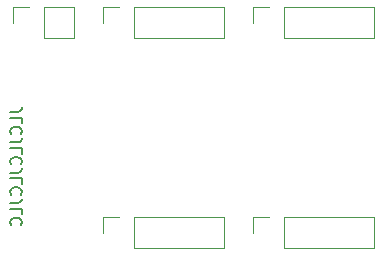
<source format=gbr>
%TF.GenerationSoftware,KiCad,Pcbnew,(6.0.0-0)*%
%TF.CreationDate,2022-07-05T22:52:53-04:00*%
%TF.ProjectId,IO-VGA-nand-gates,494f2d56-4741-42d6-9e61-6e642d676174,rev?*%
%TF.SameCoordinates,Original*%
%TF.FileFunction,Legend,Bot*%
%TF.FilePolarity,Positive*%
%FSLAX46Y46*%
G04 Gerber Fmt 4.6, Leading zero omitted, Abs format (unit mm)*
G04 Created by KiCad (PCBNEW (6.0.0-0)) date 2022-07-05 22:52:53*
%MOMM*%
%LPD*%
G01*
G04 APERTURE LIST*
%ADD10C,0.150000*%
%ADD11C,0.120000*%
G04 APERTURE END LIST*
D10*
X128230380Y-90884952D02*
X128944666Y-90884952D01*
X129087523Y-90837333D01*
X129182761Y-90742095D01*
X129230380Y-90599238D01*
X129230380Y-90504000D01*
X129230380Y-91837333D02*
X129230380Y-91361142D01*
X128230380Y-91361142D01*
X129135142Y-92742095D02*
X129182761Y-92694476D01*
X129230380Y-92551619D01*
X129230380Y-92456380D01*
X129182761Y-92313523D01*
X129087523Y-92218285D01*
X128992285Y-92170666D01*
X128801809Y-92123047D01*
X128658952Y-92123047D01*
X128468476Y-92170666D01*
X128373238Y-92218285D01*
X128278000Y-92313523D01*
X128230380Y-92456380D01*
X128230380Y-92551619D01*
X128278000Y-92694476D01*
X128325619Y-92742095D01*
X128230380Y-93456380D02*
X128944666Y-93456380D01*
X129087523Y-93408761D01*
X129182761Y-93313523D01*
X129230380Y-93170666D01*
X129230380Y-93075428D01*
X129230380Y-94408761D02*
X129230380Y-93932571D01*
X128230380Y-93932571D01*
X129135142Y-95313523D02*
X129182761Y-95265904D01*
X129230380Y-95123047D01*
X129230380Y-95027809D01*
X129182761Y-94884952D01*
X129087523Y-94789714D01*
X128992285Y-94742095D01*
X128801809Y-94694476D01*
X128658952Y-94694476D01*
X128468476Y-94742095D01*
X128373238Y-94789714D01*
X128278000Y-94884952D01*
X128230380Y-95027809D01*
X128230380Y-95123047D01*
X128278000Y-95265904D01*
X128325619Y-95313523D01*
X128230380Y-96027809D02*
X128944666Y-96027809D01*
X129087523Y-95980190D01*
X129182761Y-95884952D01*
X129230380Y-95742095D01*
X129230380Y-95646857D01*
X129230380Y-96980190D02*
X129230380Y-96504000D01*
X128230380Y-96504000D01*
X129135142Y-97884952D02*
X129182761Y-97837333D01*
X129230380Y-97694476D01*
X129230380Y-97599238D01*
X129182761Y-97456380D01*
X129087523Y-97361142D01*
X128992285Y-97313523D01*
X128801809Y-97265904D01*
X128658952Y-97265904D01*
X128468476Y-97313523D01*
X128373238Y-97361142D01*
X128278000Y-97456380D01*
X128230380Y-97599238D01*
X128230380Y-97694476D01*
X128278000Y-97837333D01*
X128325619Y-97884952D01*
X128230380Y-98599238D02*
X128944666Y-98599238D01*
X129087523Y-98551619D01*
X129182761Y-98456380D01*
X129230380Y-98313523D01*
X129230380Y-98218285D01*
X129230380Y-99551619D02*
X129230380Y-99075428D01*
X128230380Y-99075428D01*
X129135142Y-100456380D02*
X129182761Y-100408761D01*
X129230380Y-100265904D01*
X129230380Y-100170666D01*
X129182761Y-100027809D01*
X129087523Y-99932571D01*
X128992285Y-99884952D01*
X128801809Y-99837333D01*
X128658952Y-99837333D01*
X128468476Y-99884952D01*
X128373238Y-99932571D01*
X128278000Y-100027809D01*
X128230380Y-100170666D01*
X128230380Y-100265904D01*
X128278000Y-100408761D01*
X128325619Y-100456380D01*
D11*
%TO.C,J5*%
X146364000Y-81982000D02*
X146364000Y-84642000D01*
X138684000Y-81982000D02*
X146364000Y-81982000D01*
X138684000Y-84642000D02*
X146364000Y-84642000D01*
X138684000Y-81982000D02*
X138684000Y-84642000D01*
X137414000Y-81982000D02*
X136084000Y-81982000D01*
X136084000Y-81982000D02*
X136084000Y-83312000D01*
%TO.C,J2*%
X133664000Y-81982000D02*
X133664000Y-84642000D01*
X131064000Y-81982000D02*
X133664000Y-81982000D01*
X131064000Y-84642000D02*
X133664000Y-84642000D01*
X131064000Y-81982000D02*
X131064000Y-84642000D01*
X129794000Y-81982000D02*
X128464000Y-81982000D01*
X128464000Y-81982000D02*
X128464000Y-83312000D01*
%TO.C,J4*%
X159064000Y-81982000D02*
X159064000Y-84642000D01*
X151384000Y-81982000D02*
X159064000Y-81982000D01*
X151384000Y-84642000D02*
X159064000Y-84642000D01*
X151384000Y-81982000D02*
X151384000Y-84642000D01*
X150114000Y-81982000D02*
X148784000Y-81982000D01*
X148784000Y-81982000D02*
X148784000Y-83312000D01*
%TO.C,J3*%
X159064000Y-99762000D02*
X159064000Y-102422000D01*
X151384000Y-99762000D02*
X159064000Y-99762000D01*
X151384000Y-102422000D02*
X159064000Y-102422000D01*
X151384000Y-99762000D02*
X151384000Y-102422000D01*
X150114000Y-99762000D02*
X148784000Y-99762000D01*
X148784000Y-99762000D02*
X148784000Y-101092000D01*
%TO.C,J1*%
X138704000Y-102422000D02*
X146384000Y-102422000D01*
X146384000Y-99762000D02*
X146384000Y-102422000D01*
X137434000Y-99762000D02*
X136104000Y-99762000D01*
X138704000Y-99762000D02*
X146384000Y-99762000D01*
X136104000Y-99762000D02*
X136104000Y-101092000D01*
X138704000Y-99762000D02*
X138704000Y-102422000D01*
%TD*%
M02*

</source>
